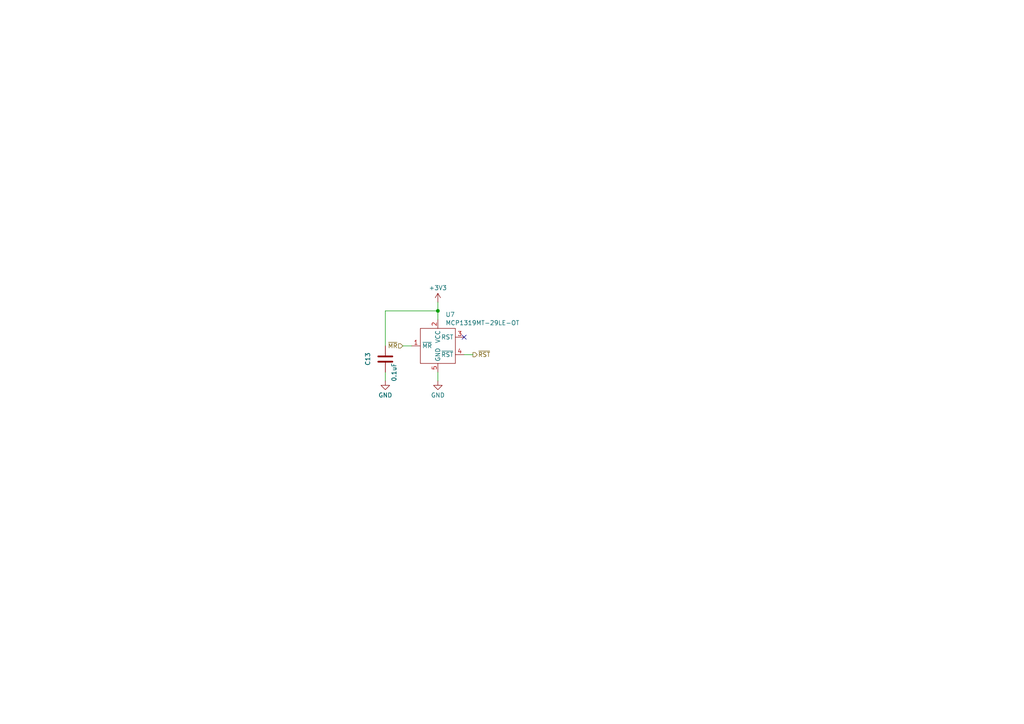
<source format=kicad_sch>
(kicad_sch (version 20231120) (generator "eeschema") (generator_version "8.0")
  (paper "A4")
  (title_block (title "Voltage Supervisor") (date "2024-05-30") (rev "0.2.0"))
  (lib_symbols
    (symbol "Device:C" (pin_numbers hide) (pin_names (offset 0.254))
      (property "Reference" "C" (at 0.635 2.54 0))
      (property "Value" "C" (at 0.635 -2.54 0))
      (symbol "C_0_1"
        (polyline (pts (xy -2.032 -0.762) (xy 2.032 -0.762)) (stroke (width 0.508)))
        (polyline (pts (xy -2.032 0.762) (xy 2.032 0.762)) (stroke (width 0.508)))
      )
      (symbol "C_1_1"
        (pin passive line (at 0 3.81 270) (length 2.794) (name "~") (number "1"))
        (pin passive line (at 0 -3.81 90) (length 2.794) (name "~") (number "2"))
      )
    )
    (symbol "custom_symbols:MCP1319MT-29LE-OT"
      (property "Reference" "K" (at 2.794 4.826 0))
      (symbol "MCP1319MT-29LE-OT_0_1"
        (rectangle (start -5.08 3.81) (end 5.08 -6.35))
      )
      (symbol "MCP1319MT-29LE-OT_1_1"
        (pin input line (at -7.62 -1.27 0) (length 2.54) (name "~{MR}") (number "1"))
        (pin power_in line (at 0 6.35 270) (length 2.54) (name "VCC") (number "2"))
        (pin output line (at 7.62 1.27 180) (length 2.54) (name "RST") (number "3"))
        (pin output line (at 7.62 -3.81 180) (length 2.54) (name "~{RST}") (number "4"))
        (pin power_in line (at 0 -8.89 90) (length 2.54) (name "GND") (number "5"))
      )
    )
    (symbol "power:+3V3" (power) (pin_numbers hide) (pin_names (offset 0) hide)
      (property "Value" "+3V3" (at 0 3.556 0))
      (symbol "+3V3_0_1"
        (polyline (pts (xy -0.762 1.27) (xy 0 2.54)))
        (polyline (pts (xy 0 0) (xy 0 2.54)))
        (polyline (pts (xy 0 2.54) (xy 0.762 1.27)))
      )
      (symbol "+3V3_1_1"
        (pin power_in line (at 0 0 90) (length 0) (name "~") (number "1"))
      )
    )
    (symbol "power:GND" (power) (pin_numbers hide) (pin_names (offset 0) hide)
      (property "Value" "GND" (at 0 -3.81 0))
      (symbol "GND_0_1"
        (polyline (pts (xy 0 0) (xy 0 -1.27) (xy 1.27 -1.27) (xy 0 -2.54) (xy -1.27 -1.27) (xy 0 -1.27)))
      )
      (symbol "GND_1_1"
        (pin power_in line (at 0 0 270) (length 0) (name "~") (number "1"))
      )
    )
  )
  (junction (at 127 90.17))
  (no_connect (at 134.62 97.79))
  (wire (pts (xy 127 90.17) (xy 127 92.71)))
  (wire (pts (xy 127 90.17) (xy 127 87.63)))
  (wire (pts (xy 111.76 90.17) (xy 111.76 100.33)))
  (wire (pts (xy 137.16 102.87) (xy 134.62 102.87)))
  (wire (pts (xy 111.76 107.95) (xy 111.76 110.49)))
  (wire (pts (xy 111.76 90.17) (xy 127 90.17)))
  (wire (pts (xy 116.84 100.33) (xy 119.38 100.33)))
  (wire (pts (xy 127 110.49) (xy 127 107.95)))
  (hierarchical_label "~{RST}" (shape output) (at 137.16 102.87 0))
  (hierarchical_label "~{MR}" (shape input) (at 116.84 100.33 180))
  (symbol (lib_id "power:+3V3") (at 127 87.63 0) (unit 1)
    (property "Reference" "#PWR53" (effects (hide yes)))
    (property "Value" "+3V3" (at 127 83.4969 0))
    (property "Description" "Power symbol creates a global label with name \"+3V3\"" (effects (hide yes)))
  )
  (symbol (lib_id "Device:C") (at 111.76 104.14 180) (unit 1)
    (property "Reference" "C13" (at 106.68 104.14 90))
    (property "Value" "0.1uF" (at 114.3 107.95 90))
    (property "Footprint" "Capacitor_SMD:C_0805_2012Metric" (effects (hide yes)))
    (property "Description" "Unpolarized capacitor" (effects (hide yes)))
  )
  (symbol (lib_id "custom_symbols:MCP1319MT-29LE-OT") (at 127 99.06 0) (unit 1)
    (property "Reference" "U7" (at 129.1941 91.2325 0) (effects (justify left)))
    (property "Value" "MCP1319MT-29LE-OT" (at 129.1941 93.6568 0) (effects (justify left)))
    (property "Footprint" "Package_TO_SOT_SMD:SOT-23-5" (effects (hide yes)))
    (property "Datasheet" "https://ww1.microchip.com/downloads/en/DeviceDoc/MCP131X-2X-Voltage-Supervisor-DS20001985E.pdf" (effects (hide yes)))
    (property "Description" "Microcontroller supervisory circuit, SOIC-8" (effects (hide yes)))
  )
  (symbol (lib_id "power:GND") (at 127 110.49 0) (unit 1)
    (property "Reference" "#PWR54" (effects (hide yes)))
    (property "Value" "GND" (at 127 114.6231 0))
    (property "Description" "Power symbol creates a global label with name \"GND\" , ground" (effects (hide yes)))
  )
  (symbol (lib_id "power:GND") (at 111.76 110.49 0) (unit 1)
    (property "Reference" "#PWR52" (effects (hide yes)))
    (property "Value" "GND" (at 111.76 114.6231 0))
    (property "Description" "Power symbol creates a global label with name \"GND\" , ground" (effects (hide yes)))
  )
)
</source>
